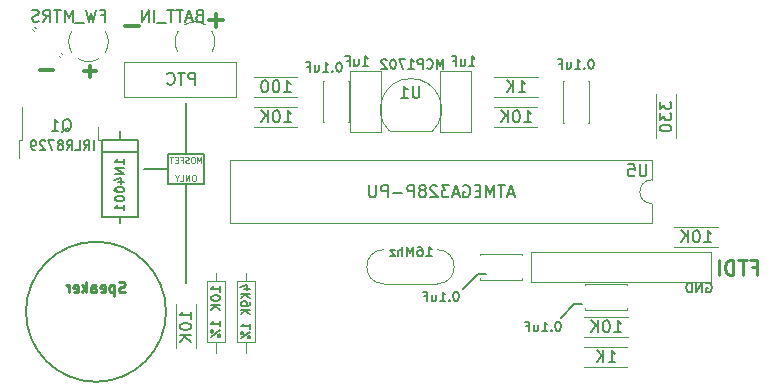
<source format=gbo>
G04 #@! TF.FileFunction,Legend,Bot*
%FSLAX46Y46*%
G04 Gerber Fmt 4.6, Leading zero omitted, Abs format (unit mm)*
G04 Created by KiCad (PCBNEW 4.0.7) date 08/08/19 19:02:58*
%MOMM*%
%LPD*%
G01*
G04 APERTURE LIST*
%ADD10C,0.100000*%
%ADD11C,0.150000*%
%ADD12C,0.300000*%
%ADD13C,0.200000*%
%ADD14C,0.120000*%
%ADD15C,0.222250*%
%ADD16C,0.250000*%
G04 APERTURE END LIST*
D10*
D11*
X131308000Y-91726000D02*
X131308000Y-91472000D01*
X131308000Y-95790000D02*
X131308000Y-91726000D01*
X129784000Y-97060000D02*
X127752000Y-97060000D01*
X131308000Y-98330000D02*
X131308000Y-106712000D01*
X129784000Y-98330000D02*
X129784000Y-95790000D01*
X132832000Y-98330000D02*
X129784000Y-98330000D01*
X132832000Y-95790000D02*
X132832000Y-98330000D01*
X129784000Y-95790000D02*
X132832000Y-95790000D01*
X125466000Y-98838000D02*
X125212000Y-98838000D01*
X164201000Y-108490000D02*
X164836000Y-108490000D01*
X163058000Y-109633000D02*
X164201000Y-108490000D01*
X156073000Y-105950000D02*
X156708000Y-105950000D01*
X154803000Y-107220000D02*
X156073000Y-105950000D01*
D10*
X132034190Y-97548190D02*
X131938952Y-97548190D01*
X131891333Y-97572000D01*
X131843714Y-97619619D01*
X131819905Y-97714857D01*
X131819905Y-97881524D01*
X131843714Y-97976762D01*
X131891333Y-98024381D01*
X131938952Y-98048190D01*
X132034190Y-98048190D01*
X132081809Y-98024381D01*
X132129428Y-97976762D01*
X132153238Y-97881524D01*
X132153238Y-97714857D01*
X132129428Y-97619619D01*
X132081809Y-97572000D01*
X132034190Y-97548190D01*
X131605618Y-98048190D02*
X131605618Y-97548190D01*
X131319904Y-98048190D01*
X131319904Y-97548190D01*
X130843713Y-98048190D02*
X131081808Y-98048190D01*
X131081808Y-97548190D01*
X130581808Y-97810095D02*
X130581808Y-98048190D01*
X130748475Y-97548190D02*
X130581808Y-97810095D01*
X130415142Y-97548190D01*
X132605618Y-96524190D02*
X132605618Y-96024190D01*
X132438952Y-96381333D01*
X132272285Y-96024190D01*
X132272285Y-96524190D01*
X131938951Y-96024190D02*
X131843713Y-96024190D01*
X131796094Y-96048000D01*
X131748475Y-96095619D01*
X131724666Y-96190857D01*
X131724666Y-96357524D01*
X131748475Y-96452762D01*
X131796094Y-96500381D01*
X131843713Y-96524190D01*
X131938951Y-96524190D01*
X131986570Y-96500381D01*
X132034189Y-96452762D01*
X132057999Y-96357524D01*
X132057999Y-96190857D01*
X132034189Y-96095619D01*
X131986570Y-96048000D01*
X131938951Y-96024190D01*
X131534189Y-96500381D02*
X131462760Y-96524190D01*
X131343713Y-96524190D01*
X131296094Y-96500381D01*
X131272284Y-96476571D01*
X131248475Y-96428952D01*
X131248475Y-96381333D01*
X131272284Y-96333714D01*
X131296094Y-96309905D01*
X131343713Y-96286095D01*
X131438951Y-96262286D01*
X131486570Y-96238476D01*
X131510379Y-96214667D01*
X131534189Y-96167048D01*
X131534189Y-96119429D01*
X131510379Y-96071810D01*
X131486570Y-96048000D01*
X131438951Y-96024190D01*
X131319903Y-96024190D01*
X131248475Y-96048000D01*
X130867523Y-96262286D02*
X131034189Y-96262286D01*
X131034189Y-96524190D02*
X131034189Y-96024190D01*
X130796094Y-96024190D01*
X130605618Y-96262286D02*
X130438952Y-96262286D01*
X130367523Y-96524190D02*
X130605618Y-96524190D01*
X130605618Y-96024190D01*
X130367523Y-96024190D01*
X130224666Y-96024190D02*
X129938952Y-96024190D01*
X130081809Y-96524190D02*
X130081809Y-96024190D01*
D11*
X175351523Y-106693000D02*
X175427714Y-106654905D01*
X175541999Y-106654905D01*
X175656285Y-106693000D01*
X175732476Y-106769190D01*
X175770571Y-106845381D01*
X175808666Y-106997762D01*
X175808666Y-107112048D01*
X175770571Y-107264429D01*
X175732476Y-107340619D01*
X175656285Y-107416810D01*
X175541999Y-107454905D01*
X175465809Y-107454905D01*
X175351523Y-107416810D01*
X175313428Y-107378714D01*
X175313428Y-107112048D01*
X175465809Y-107112048D01*
X174970571Y-107454905D02*
X174970571Y-106654905D01*
X174513428Y-107454905D01*
X174513428Y-106654905D01*
X174132476Y-107454905D02*
X174132476Y-106654905D01*
X173942000Y-106654905D01*
X173827714Y-106693000D01*
X173751523Y-106769190D01*
X173713428Y-106845381D01*
X173675333Y-106997762D01*
X173675333Y-107112048D01*
X173713428Y-107264429D01*
X173751523Y-107340619D01*
X173827714Y-107416810D01*
X173942000Y-107454905D01*
X174132476Y-107454905D01*
D12*
X120068428Y-88658143D02*
X118925571Y-88658143D01*
X123656190Y-88767286D02*
X122703809Y-88767286D01*
X123179999Y-89243476D02*
X123179999Y-88291095D01*
X127307428Y-84975143D02*
X126164571Y-84975143D01*
X134419428Y-84467143D02*
X133276571Y-84467143D01*
X133848000Y-85038571D02*
X133848000Y-83895714D01*
D13*
X125720000Y-94615000D02*
X125720000Y-93865000D01*
X125720000Y-101115000D02*
X125720000Y-101615000D01*
X124220000Y-95615000D02*
X127220000Y-95615000D01*
X124220000Y-94615000D02*
X127220000Y-94615000D01*
X127220000Y-94615000D02*
X127220000Y-101115000D01*
X127220000Y-101115000D02*
X124220000Y-101115000D01*
X124220000Y-101115000D02*
X124220000Y-94615000D01*
D14*
X126050000Y-87940000D02*
X135550000Y-87940000D01*
X135550000Y-90940000D02*
X126050000Y-90940000D01*
X126050000Y-87940000D02*
X126050000Y-90940000D01*
X135550000Y-90940000D02*
X135550000Y-87940000D01*
D11*
X129617690Y-109125000D02*
G75*
G03X129617690Y-109125000I-5929690J0D01*
G01*
D14*
X160518000Y-104045000D02*
X160518000Y-106585000D01*
X160518000Y-106585000D02*
X175758000Y-106585000D01*
X175758000Y-106585000D02*
X175758000Y-104045000D01*
X175758000Y-104045000D02*
X160518000Y-104045000D01*
X170738000Y-97965000D02*
G75*
G03X170738000Y-99965000I0J-1000000D01*
G01*
X170738000Y-99965000D02*
X170738000Y-101615000D01*
X170738000Y-101615000D02*
X135058000Y-101615000D01*
X135058000Y-101615000D02*
X135058000Y-96315000D01*
X135058000Y-96315000D02*
X170738000Y-96315000D01*
X170738000Y-96315000D02*
X170738000Y-97965000D01*
X130644495Y-85374807D02*
G75*
G03X130645000Y-87156000I1425505J-890193D01*
G01*
X132959894Y-84839642D02*
G75*
G03X131204000Y-84825000I-889894J-1425358D01*
G01*
X133495358Y-87154894D02*
G75*
G03X133510000Y-85399000I-1425358J889894D01*
G01*
X122162736Y-87689721D02*
G75*
G03X123053000Y-87945000I890264J1424721D01*
G01*
X121627495Y-85374807D02*
G75*
G03X121628000Y-87156000I1425505J-890193D01*
G01*
X124478358Y-87154894D02*
G75*
G03X124493000Y-85399000I-1425358J889894D01*
G01*
X123024326Y-87945099D02*
G75*
G03X123919000Y-87705000I28674J1680099D01*
G01*
X118278000Y-85196000D02*
X118407000Y-85324000D01*
X120528000Y-87446000D02*
X120622000Y-87539000D01*
X118483000Y-84990000D02*
X118577000Y-85084000D01*
X120698000Y-87206000D02*
X120827000Y-87334000D01*
X148068000Y-106765000D02*
X152568000Y-106765000D01*
X148068000Y-103865000D02*
G75*
G03X148068000Y-106765000I0J-1450000D01*
G01*
X152568000Y-103865000D02*
G75*
G02X152568000Y-106765000I0J-1450000D01*
G01*
X165048000Y-111255000D02*
X168768000Y-111255000D01*
X165048000Y-109535000D02*
X168768000Y-109535000D01*
X168688000Y-112075000D02*
X164968000Y-112075000D01*
X168688000Y-113795000D02*
X164968000Y-113795000D01*
X152858000Y-88765000D02*
X152858000Y-93885000D01*
X155478000Y-88765000D02*
X155478000Y-93885000D01*
X152858000Y-88765000D02*
X155478000Y-88765000D01*
X152858000Y-93885000D02*
X155478000Y-93885000D01*
X145238000Y-88765000D02*
X145238000Y-93885000D01*
X147858000Y-88765000D02*
X147858000Y-93885000D01*
X145238000Y-88765000D02*
X147858000Y-88765000D01*
X145238000Y-93885000D02*
X147858000Y-93885000D01*
X159758000Y-104205000D02*
X156238000Y-104205000D01*
X159758000Y-106425000D02*
X156238000Y-106425000D01*
X159758000Y-104205000D02*
X159758000Y-104319000D01*
X159758000Y-106311000D02*
X159758000Y-106425000D01*
X156238000Y-104205000D02*
X156238000Y-104319000D01*
X156238000Y-106311000D02*
X156238000Y-106425000D01*
X152158000Y-93830000D02*
X148558000Y-93830000D01*
X152196478Y-93818478D02*
G75*
G03X150358000Y-89380000I-1838478J1838478D01*
G01*
X148519522Y-93818478D02*
G75*
G02X150358000Y-89380000I1838478J1838478D01*
G01*
X142898000Y-89565000D02*
X142898000Y-93085000D01*
X145118000Y-89565000D02*
X145118000Y-93085000D01*
X142898000Y-89565000D02*
X143012000Y-89565000D01*
X145004000Y-89565000D02*
X145118000Y-89565000D01*
X142898000Y-93085000D02*
X143012000Y-93085000D01*
X145004000Y-93085000D02*
X145118000Y-93085000D01*
X165088000Y-108965000D02*
X168608000Y-108965000D01*
X165088000Y-106745000D02*
X168608000Y-106745000D01*
X165088000Y-108965000D02*
X165088000Y-108851000D01*
X165088000Y-106859000D02*
X165088000Y-106745000D01*
X168608000Y-108965000D02*
X168608000Y-108851000D01*
X168608000Y-106859000D02*
X168608000Y-106745000D01*
X172668000Y-103635000D02*
X176388000Y-103635000D01*
X172668000Y-101915000D02*
X176388000Y-101915000D01*
X165438000Y-93125000D02*
X165438000Y-89605000D01*
X163218000Y-93125000D02*
X163218000Y-89605000D01*
X165438000Y-93125000D02*
X165324000Y-93125000D01*
X163332000Y-93125000D02*
X163218000Y-93125000D01*
X165438000Y-89605000D02*
X165324000Y-89605000D01*
X163332000Y-89605000D02*
X163218000Y-89605000D01*
X157428000Y-90935000D02*
X161148000Y-90935000D01*
X157428000Y-89215000D02*
X161148000Y-89215000D01*
X161068000Y-91755000D02*
X157348000Y-91755000D01*
X161068000Y-93475000D02*
X157348000Y-93475000D01*
X140748000Y-91755000D02*
X137028000Y-91755000D01*
X140748000Y-93475000D02*
X137028000Y-93475000D01*
X140748000Y-89215000D02*
X137028000Y-89215000D01*
X140748000Y-90935000D02*
X137028000Y-90935000D01*
X172808000Y-94435000D02*
X172808000Y-90715000D01*
X171088000Y-94435000D02*
X171088000Y-90715000D01*
D10*
X133848000Y-111715000D02*
X133848000Y-112615000D01*
X133848000Y-106515000D02*
X133848000Y-105815000D01*
X134648000Y-106515000D02*
X133048000Y-106515000D01*
X133048000Y-106515000D02*
X133048000Y-111715000D01*
X133048000Y-111715000D02*
X134648000Y-111715000D01*
X134648000Y-111715000D02*
X134648000Y-106515000D01*
X136388000Y-111715000D02*
X136388000Y-112615000D01*
X136388000Y-106515000D02*
X136388000Y-105815000D01*
X137188000Y-106515000D02*
X135588000Y-106515000D01*
X135588000Y-106515000D02*
X135588000Y-111715000D01*
X135588000Y-111715000D02*
X137188000Y-111715000D01*
X137188000Y-111715000D02*
X137188000Y-106515000D01*
D14*
X132168000Y-112215000D02*
X132168000Y-108495000D01*
X130448000Y-112215000D02*
X130448000Y-108495000D01*
X117190000Y-96090000D02*
X117190000Y-94590000D01*
X117190000Y-94590000D02*
X117460000Y-94590000D01*
X117460000Y-94590000D02*
X117460000Y-91760000D01*
X124090000Y-96090000D02*
X124090000Y-94590000D01*
X124090000Y-94590000D02*
X123820000Y-94590000D01*
X123820000Y-94590000D02*
X123820000Y-93490000D01*
D11*
X126081905Y-96650714D02*
X126081905Y-96193571D01*
X126081905Y-96422142D02*
X125281905Y-96422142D01*
X125396190Y-96345952D01*
X125472381Y-96269761D01*
X125510476Y-96193571D01*
X126081905Y-96993571D02*
X125281905Y-96993571D01*
X126081905Y-97450714D01*
X125281905Y-97450714D01*
X125548571Y-98174523D02*
X126081905Y-98174523D01*
X125243810Y-97984047D02*
X125815238Y-97793571D01*
X125815238Y-98288809D01*
X125281905Y-98745952D02*
X125281905Y-98822143D01*
X125320000Y-98898333D01*
X125358095Y-98936428D01*
X125434286Y-98974524D01*
X125586667Y-99012619D01*
X125777143Y-99012619D01*
X125929524Y-98974524D01*
X126005714Y-98936428D01*
X126043810Y-98898333D01*
X126081905Y-98822143D01*
X126081905Y-98745952D01*
X126043810Y-98669762D01*
X126005714Y-98631666D01*
X125929524Y-98593571D01*
X125777143Y-98555476D01*
X125586667Y-98555476D01*
X125434286Y-98593571D01*
X125358095Y-98631666D01*
X125320000Y-98669762D01*
X125281905Y-98745952D01*
X125281905Y-99507857D02*
X125281905Y-99584048D01*
X125320000Y-99660238D01*
X125358095Y-99698333D01*
X125434286Y-99736429D01*
X125586667Y-99774524D01*
X125777143Y-99774524D01*
X125929524Y-99736429D01*
X126005714Y-99698333D01*
X126043810Y-99660238D01*
X126081905Y-99584048D01*
X126081905Y-99507857D01*
X126043810Y-99431667D01*
X126005714Y-99393571D01*
X125929524Y-99355476D01*
X125777143Y-99317381D01*
X125586667Y-99317381D01*
X125434286Y-99355476D01*
X125358095Y-99393571D01*
X125320000Y-99431667D01*
X125281905Y-99507857D01*
X126081905Y-100536429D02*
X126081905Y-100079286D01*
X126081905Y-100307857D02*
X125281905Y-100307857D01*
X125396190Y-100231667D01*
X125472381Y-100155476D01*
X125510476Y-100079286D01*
X132069857Y-89892381D02*
X132069857Y-88892381D01*
X131688904Y-88892381D01*
X131593666Y-88940000D01*
X131546047Y-88987619D01*
X131498428Y-89082857D01*
X131498428Y-89225714D01*
X131546047Y-89320952D01*
X131593666Y-89368571D01*
X131688904Y-89416190D01*
X132069857Y-89416190D01*
X131212714Y-88892381D02*
X130641285Y-88892381D01*
X130927000Y-89892381D02*
X130927000Y-88892381D01*
X129736523Y-89797143D02*
X129784142Y-89844762D01*
X129926999Y-89892381D01*
X130022237Y-89892381D01*
X130165095Y-89844762D01*
X130260333Y-89749524D01*
X130307952Y-89654286D01*
X130355571Y-89463810D01*
X130355571Y-89320952D01*
X130307952Y-89130476D01*
X130260333Y-89035238D01*
X130165095Y-88940000D01*
X130022237Y-88892381D01*
X129926999Y-88892381D01*
X129784142Y-88940000D01*
X129736523Y-88987619D01*
D15*
X126143333Y-107452833D02*
X126016333Y-107495167D01*
X125804666Y-107495167D01*
X125719999Y-107452833D01*
X125677666Y-107410500D01*
X125635333Y-107325833D01*
X125635333Y-107241167D01*
X125677666Y-107156500D01*
X125719999Y-107114167D01*
X125804666Y-107071833D01*
X125973999Y-107029500D01*
X126058666Y-106987167D01*
X126100999Y-106944833D01*
X126143333Y-106860167D01*
X126143333Y-106775500D01*
X126100999Y-106690833D01*
X126058666Y-106648500D01*
X125973999Y-106606167D01*
X125762333Y-106606167D01*
X125635333Y-106648500D01*
X125254332Y-106902500D02*
X125254332Y-107791500D01*
X125254332Y-106944833D02*
X125169666Y-106902500D01*
X125000332Y-106902500D01*
X124915666Y-106944833D01*
X124873332Y-106987167D01*
X124830999Y-107071833D01*
X124830999Y-107325833D01*
X124873332Y-107410500D01*
X124915666Y-107452833D01*
X125000332Y-107495167D01*
X125169666Y-107495167D01*
X125254332Y-107452833D01*
X124111333Y-107452833D02*
X124195999Y-107495167D01*
X124365333Y-107495167D01*
X124449999Y-107452833D01*
X124492333Y-107368167D01*
X124492333Y-107029500D01*
X124449999Y-106944833D01*
X124365333Y-106902500D01*
X124195999Y-106902500D01*
X124111333Y-106944833D01*
X124068999Y-107029500D01*
X124068999Y-107114167D01*
X124492333Y-107198833D01*
X123306999Y-107495167D02*
X123306999Y-107029500D01*
X123349333Y-106944833D01*
X123433999Y-106902500D01*
X123603333Y-106902500D01*
X123687999Y-106944833D01*
X123306999Y-107452833D02*
X123391666Y-107495167D01*
X123603333Y-107495167D01*
X123687999Y-107452833D01*
X123730333Y-107368167D01*
X123730333Y-107283500D01*
X123687999Y-107198833D01*
X123603333Y-107156500D01*
X123391666Y-107156500D01*
X123306999Y-107114167D01*
X122883666Y-107495167D02*
X122883666Y-106606167D01*
X122799000Y-107156500D02*
X122545000Y-107495167D01*
X122545000Y-106902500D02*
X122883666Y-107241167D01*
X121825333Y-107452833D02*
X121909999Y-107495167D01*
X122079333Y-107495167D01*
X122163999Y-107452833D01*
X122206333Y-107368167D01*
X122206333Y-107029500D01*
X122163999Y-106944833D01*
X122079333Y-106902500D01*
X121909999Y-106902500D01*
X121825333Y-106944833D01*
X121782999Y-107029500D01*
X121782999Y-107114167D01*
X122206333Y-107198833D01*
X121401999Y-107495167D02*
X121401999Y-106902500D01*
X121401999Y-107071833D02*
X121359666Y-106987167D01*
X121317333Y-106944833D01*
X121232666Y-106902500D01*
X121147999Y-106902500D01*
D16*
X179264238Y-105352714D02*
X179680905Y-105352714D01*
X179680905Y-106007476D02*
X179680905Y-104757476D01*
X179085667Y-104757476D01*
X178788047Y-104757476D02*
X178073762Y-104757476D01*
X178430905Y-106007476D02*
X178430905Y-104757476D01*
X177657095Y-106007476D02*
X177657095Y-104757476D01*
X177359476Y-104757476D01*
X177180904Y-104817000D01*
X177061857Y-104936048D01*
X177002333Y-105055095D01*
X176942809Y-105293190D01*
X176942809Y-105471762D01*
X177002333Y-105709857D01*
X177061857Y-105828905D01*
X177180904Y-105947952D01*
X177359476Y-106007476D01*
X177657095Y-106007476D01*
X176407095Y-106007476D02*
X176407095Y-104757476D01*
D11*
X170296905Y-96639381D02*
X170296905Y-97448905D01*
X170249286Y-97544143D01*
X170201667Y-97591762D01*
X170106429Y-97639381D01*
X169915952Y-97639381D01*
X169820714Y-97591762D01*
X169773095Y-97544143D01*
X169725476Y-97448905D01*
X169725476Y-96639381D01*
X168773095Y-96639381D02*
X169249286Y-96639381D01*
X169296905Y-97115571D01*
X169249286Y-97067952D01*
X169154048Y-97020333D01*
X168915952Y-97020333D01*
X168820714Y-97067952D01*
X168773095Y-97115571D01*
X168725476Y-97210810D01*
X168725476Y-97448905D01*
X168773095Y-97544143D01*
X168820714Y-97591762D01*
X168915952Y-97639381D01*
X169154048Y-97639381D01*
X169249286Y-97591762D01*
X169296905Y-97544143D01*
X159040857Y-99131667D02*
X158564666Y-99131667D01*
X159136095Y-99417381D02*
X158802762Y-98417381D01*
X158469428Y-99417381D01*
X158278952Y-98417381D02*
X157707523Y-98417381D01*
X157993238Y-99417381D02*
X157993238Y-98417381D01*
X157374190Y-99417381D02*
X157374190Y-98417381D01*
X157040856Y-99131667D01*
X156707523Y-98417381D01*
X156707523Y-99417381D01*
X156231333Y-98893571D02*
X155897999Y-98893571D01*
X155755142Y-99417381D02*
X156231333Y-99417381D01*
X156231333Y-98417381D01*
X155755142Y-98417381D01*
X154802761Y-98465000D02*
X154897999Y-98417381D01*
X155040856Y-98417381D01*
X155183714Y-98465000D01*
X155278952Y-98560238D01*
X155326571Y-98655476D01*
X155374190Y-98845952D01*
X155374190Y-98988810D01*
X155326571Y-99179286D01*
X155278952Y-99274524D01*
X155183714Y-99369762D01*
X155040856Y-99417381D01*
X154945618Y-99417381D01*
X154802761Y-99369762D01*
X154755142Y-99322143D01*
X154755142Y-98988810D01*
X154945618Y-98988810D01*
X154374190Y-99131667D02*
X153897999Y-99131667D01*
X154469428Y-99417381D02*
X154136095Y-98417381D01*
X153802761Y-99417381D01*
X153564666Y-98417381D02*
X152945618Y-98417381D01*
X153278952Y-98798333D01*
X153136094Y-98798333D01*
X153040856Y-98845952D01*
X152993237Y-98893571D01*
X152945618Y-98988810D01*
X152945618Y-99226905D01*
X152993237Y-99322143D01*
X153040856Y-99369762D01*
X153136094Y-99417381D01*
X153421809Y-99417381D01*
X153517047Y-99369762D01*
X153564666Y-99322143D01*
X152564666Y-98512619D02*
X152517047Y-98465000D01*
X152421809Y-98417381D01*
X152183713Y-98417381D01*
X152088475Y-98465000D01*
X152040856Y-98512619D01*
X151993237Y-98607857D01*
X151993237Y-98703095D01*
X152040856Y-98845952D01*
X152612285Y-99417381D01*
X151993237Y-99417381D01*
X151421809Y-98845952D02*
X151517047Y-98798333D01*
X151564666Y-98750714D01*
X151612285Y-98655476D01*
X151612285Y-98607857D01*
X151564666Y-98512619D01*
X151517047Y-98465000D01*
X151421809Y-98417381D01*
X151231332Y-98417381D01*
X151136094Y-98465000D01*
X151088475Y-98512619D01*
X151040856Y-98607857D01*
X151040856Y-98655476D01*
X151088475Y-98750714D01*
X151136094Y-98798333D01*
X151231332Y-98845952D01*
X151421809Y-98845952D01*
X151517047Y-98893571D01*
X151564666Y-98941190D01*
X151612285Y-99036429D01*
X151612285Y-99226905D01*
X151564666Y-99322143D01*
X151517047Y-99369762D01*
X151421809Y-99417381D01*
X151231332Y-99417381D01*
X151136094Y-99369762D01*
X151088475Y-99322143D01*
X151040856Y-99226905D01*
X151040856Y-99036429D01*
X151088475Y-98941190D01*
X151136094Y-98893571D01*
X151231332Y-98845952D01*
X150612285Y-99417381D02*
X150612285Y-98417381D01*
X150231332Y-98417381D01*
X150136094Y-98465000D01*
X150088475Y-98512619D01*
X150040856Y-98607857D01*
X150040856Y-98750714D01*
X150088475Y-98845952D01*
X150136094Y-98893571D01*
X150231332Y-98941190D01*
X150612285Y-98941190D01*
X149612285Y-99036429D02*
X148850380Y-99036429D01*
X148374190Y-99417381D02*
X148374190Y-98417381D01*
X147993237Y-98417381D01*
X147897999Y-98465000D01*
X147850380Y-98512619D01*
X147802761Y-98607857D01*
X147802761Y-98750714D01*
X147850380Y-98845952D01*
X147897999Y-98893571D01*
X147993237Y-98941190D01*
X148374190Y-98941190D01*
X147374190Y-98417381D02*
X147374190Y-99226905D01*
X147326571Y-99322143D01*
X147278952Y-99369762D01*
X147183714Y-99417381D01*
X146993237Y-99417381D01*
X146897999Y-99369762D01*
X146850380Y-99322143D01*
X146802761Y-99226905D01*
X146802761Y-98417381D01*
X132426904Y-84034571D02*
X132284047Y-84082190D01*
X132236428Y-84129810D01*
X132188809Y-84225048D01*
X132188809Y-84367905D01*
X132236428Y-84463143D01*
X132284047Y-84510762D01*
X132379285Y-84558381D01*
X132760238Y-84558381D01*
X132760238Y-83558381D01*
X132426904Y-83558381D01*
X132331666Y-83606000D01*
X132284047Y-83653619D01*
X132236428Y-83748857D01*
X132236428Y-83844095D01*
X132284047Y-83939333D01*
X132331666Y-83986952D01*
X132426904Y-84034571D01*
X132760238Y-84034571D01*
X131807857Y-84272667D02*
X131331666Y-84272667D01*
X131903095Y-84558381D02*
X131569762Y-83558381D01*
X131236428Y-84558381D01*
X131045952Y-83558381D02*
X130474523Y-83558381D01*
X130760238Y-84558381D02*
X130760238Y-83558381D01*
X130284047Y-83558381D02*
X129712618Y-83558381D01*
X129998333Y-84558381D02*
X129998333Y-83558381D01*
X129617380Y-84653619D02*
X128855475Y-84653619D01*
X128617380Y-84558381D02*
X128617380Y-83558381D01*
X128141190Y-84558381D02*
X128141190Y-83558381D01*
X127569761Y-84558381D01*
X127569761Y-83558381D01*
X124140095Y-84034571D02*
X124473429Y-84034571D01*
X124473429Y-84558381D02*
X124473429Y-83558381D01*
X123997238Y-83558381D01*
X123711524Y-83558381D02*
X123473429Y-84558381D01*
X123282952Y-83844095D01*
X123092476Y-84558381D01*
X122854381Y-83558381D01*
X122711524Y-84653619D02*
X121949619Y-84653619D01*
X121711524Y-84558381D02*
X121711524Y-83558381D01*
X121378190Y-84272667D01*
X121044857Y-83558381D01*
X121044857Y-84558381D01*
X120711524Y-83558381D02*
X120140095Y-83558381D01*
X120425810Y-84558381D02*
X120425810Y-83558381D01*
X119235333Y-84558381D02*
X119568667Y-84082190D01*
X119806762Y-84558381D02*
X119806762Y-83558381D01*
X119425809Y-83558381D01*
X119330571Y-83606000D01*
X119282952Y-83653619D01*
X119235333Y-83748857D01*
X119235333Y-83891714D01*
X119282952Y-83986952D01*
X119330571Y-84034571D01*
X119425809Y-84082190D01*
X119806762Y-84082190D01*
X118854381Y-84510762D02*
X118711524Y-84558381D01*
X118473428Y-84558381D01*
X118378190Y-84510762D01*
X118330571Y-84463143D01*
X118282952Y-84367905D01*
X118282952Y-84272667D01*
X118330571Y-84177429D01*
X118378190Y-84129810D01*
X118473428Y-84082190D01*
X118663905Y-84034571D01*
X118759143Y-83986952D01*
X118806762Y-83939333D01*
X118854381Y-83844095D01*
X118854381Y-83748857D01*
X118806762Y-83653619D01*
X118759143Y-83606000D01*
X118663905Y-83558381D01*
X118425809Y-83558381D01*
X118282952Y-83606000D01*
X151653238Y-104406905D02*
X152110381Y-104406905D01*
X151881810Y-104406905D02*
X151881810Y-103606905D01*
X151958000Y-103721190D01*
X152034191Y-103797381D01*
X152110381Y-103835476D01*
X150967524Y-103606905D02*
X151119905Y-103606905D01*
X151196095Y-103645000D01*
X151234190Y-103683095D01*
X151310381Y-103797381D01*
X151348476Y-103949762D01*
X151348476Y-104254524D01*
X151310381Y-104330714D01*
X151272286Y-104368810D01*
X151196095Y-104406905D01*
X151043714Y-104406905D01*
X150967524Y-104368810D01*
X150929428Y-104330714D01*
X150891333Y-104254524D01*
X150891333Y-104064048D01*
X150929428Y-103987857D01*
X150967524Y-103949762D01*
X151043714Y-103911667D01*
X151196095Y-103911667D01*
X151272286Y-103949762D01*
X151310381Y-103987857D01*
X151348476Y-104064048D01*
X150548476Y-104406905D02*
X150548476Y-103606905D01*
X150281809Y-104178333D01*
X150015142Y-103606905D01*
X150015142Y-104406905D01*
X149634190Y-104406905D02*
X149634190Y-103606905D01*
X149291333Y-104406905D02*
X149291333Y-103987857D01*
X149329428Y-103911667D01*
X149405618Y-103873571D01*
X149519904Y-103873571D01*
X149596095Y-103911667D01*
X149634190Y-103949762D01*
X148986570Y-103873571D02*
X148567523Y-103873571D01*
X148986570Y-104406905D01*
X148567523Y-104406905D01*
X167558476Y-110847381D02*
X168129905Y-110847381D01*
X167844191Y-110847381D02*
X167844191Y-109847381D01*
X167939429Y-109990238D01*
X168034667Y-110085476D01*
X168129905Y-110133095D01*
X166939429Y-109847381D02*
X166844190Y-109847381D01*
X166748952Y-109895000D01*
X166701333Y-109942619D01*
X166653714Y-110037857D01*
X166606095Y-110228333D01*
X166606095Y-110466429D01*
X166653714Y-110656905D01*
X166701333Y-110752143D01*
X166748952Y-110799762D01*
X166844190Y-110847381D01*
X166939429Y-110847381D01*
X167034667Y-110799762D01*
X167082286Y-110752143D01*
X167129905Y-110656905D01*
X167177524Y-110466429D01*
X167177524Y-110228333D01*
X167129905Y-110037857D01*
X167082286Y-109942619D01*
X167034667Y-109895000D01*
X166939429Y-109847381D01*
X166177524Y-110847381D02*
X166177524Y-109847381D01*
X165606095Y-110847381D02*
X166034667Y-110275952D01*
X165606095Y-109847381D02*
X166177524Y-110418810D01*
X167082285Y-113387381D02*
X167653714Y-113387381D01*
X167368000Y-113387381D02*
X167368000Y-112387381D01*
X167463238Y-112530238D01*
X167558476Y-112625476D01*
X167653714Y-112673095D01*
X166653714Y-113387381D02*
X166653714Y-112387381D01*
X166082285Y-113387381D02*
X166510857Y-112815952D01*
X166082285Y-112387381D02*
X166653714Y-112958810D01*
X155279190Y-88277905D02*
X155736333Y-88277905D01*
X155507762Y-88277905D02*
X155507762Y-87477905D01*
X155583952Y-87592190D01*
X155660143Y-87668381D01*
X155736333Y-87706476D01*
X154593476Y-87744571D02*
X154593476Y-88277905D01*
X154936333Y-87744571D02*
X154936333Y-88163619D01*
X154898238Y-88239810D01*
X154822047Y-88277905D01*
X154707761Y-88277905D01*
X154631571Y-88239810D01*
X154593476Y-88201714D01*
X153945856Y-87858857D02*
X154212523Y-87858857D01*
X154212523Y-88277905D02*
X154212523Y-87477905D01*
X153831570Y-87477905D01*
X146262190Y-88277905D02*
X146719333Y-88277905D01*
X146490762Y-88277905D02*
X146490762Y-87477905D01*
X146566952Y-87592190D01*
X146643143Y-87668381D01*
X146719333Y-87706476D01*
X145576476Y-87744571D02*
X145576476Y-88277905D01*
X145919333Y-87744571D02*
X145919333Y-88163619D01*
X145881238Y-88239810D01*
X145805047Y-88277905D01*
X145690761Y-88277905D01*
X145614571Y-88239810D01*
X145576476Y-88201714D01*
X144928856Y-87858857D02*
X145195523Y-87858857D01*
X145195523Y-88277905D02*
X145195523Y-87477905D01*
X144814570Y-87477905D01*
X154212286Y-107416905D02*
X154136095Y-107416905D01*
X154059905Y-107455000D01*
X154021810Y-107493095D01*
X153983714Y-107569286D01*
X153945619Y-107721667D01*
X153945619Y-107912143D01*
X153983714Y-108064524D01*
X154021810Y-108140714D01*
X154059905Y-108178810D01*
X154136095Y-108216905D01*
X154212286Y-108216905D01*
X154288476Y-108178810D01*
X154326572Y-108140714D01*
X154364667Y-108064524D01*
X154402762Y-107912143D01*
X154402762Y-107721667D01*
X154364667Y-107569286D01*
X154326572Y-107493095D01*
X154288476Y-107455000D01*
X154212286Y-107416905D01*
X153602762Y-108140714D02*
X153564667Y-108178810D01*
X153602762Y-108216905D01*
X153640857Y-108178810D01*
X153602762Y-108140714D01*
X153602762Y-108216905D01*
X152802762Y-108216905D02*
X153259905Y-108216905D01*
X153031334Y-108216905D02*
X153031334Y-107416905D01*
X153107524Y-107531190D01*
X153183715Y-107607381D01*
X153259905Y-107645476D01*
X152117048Y-107683571D02*
X152117048Y-108216905D01*
X152459905Y-107683571D02*
X152459905Y-108102619D01*
X152421810Y-108178810D01*
X152345619Y-108216905D01*
X152231333Y-108216905D01*
X152155143Y-108178810D01*
X152117048Y-108140714D01*
X151469428Y-107797857D02*
X151736095Y-107797857D01*
X151736095Y-108216905D02*
X151736095Y-107416905D01*
X151355142Y-107416905D01*
X151069905Y-90022381D02*
X151069905Y-90831905D01*
X151022286Y-90927143D01*
X150974667Y-90974762D01*
X150879429Y-91022381D01*
X150688952Y-91022381D01*
X150593714Y-90974762D01*
X150546095Y-90927143D01*
X150498476Y-90831905D01*
X150498476Y-90022381D01*
X149498476Y-91022381D02*
X150069905Y-91022381D01*
X149784191Y-91022381D02*
X149784191Y-90022381D01*
X149879429Y-90165238D01*
X149974667Y-90260476D01*
X150069905Y-90308095D01*
X153075477Y-88531905D02*
X153075477Y-87731905D01*
X152808810Y-88303333D01*
X152542143Y-87731905D01*
X152542143Y-88531905D01*
X151704048Y-88455714D02*
X151742143Y-88493810D01*
X151856429Y-88531905D01*
X151932619Y-88531905D01*
X152046905Y-88493810D01*
X152123096Y-88417619D01*
X152161191Y-88341429D01*
X152199286Y-88189048D01*
X152199286Y-88074762D01*
X152161191Y-87922381D01*
X152123096Y-87846190D01*
X152046905Y-87770000D01*
X151932619Y-87731905D01*
X151856429Y-87731905D01*
X151742143Y-87770000D01*
X151704048Y-87808095D01*
X151361191Y-88531905D02*
X151361191Y-87731905D01*
X151056429Y-87731905D01*
X150980238Y-87770000D01*
X150942143Y-87808095D01*
X150904048Y-87884286D01*
X150904048Y-87998571D01*
X150942143Y-88074762D01*
X150980238Y-88112857D01*
X151056429Y-88150952D01*
X151361191Y-88150952D01*
X150142143Y-88531905D02*
X150599286Y-88531905D01*
X150370715Y-88531905D02*
X150370715Y-87731905D01*
X150446905Y-87846190D01*
X150523096Y-87922381D01*
X150599286Y-87960476D01*
X149875476Y-87731905D02*
X149342143Y-87731905D01*
X149685000Y-88531905D01*
X148885000Y-87731905D02*
X148808809Y-87731905D01*
X148732619Y-87770000D01*
X148694524Y-87808095D01*
X148656428Y-87884286D01*
X148618333Y-88036667D01*
X148618333Y-88227143D01*
X148656428Y-88379524D01*
X148694524Y-88455714D01*
X148732619Y-88493810D01*
X148808809Y-88531905D01*
X148885000Y-88531905D01*
X148961190Y-88493810D01*
X148999286Y-88455714D01*
X149037381Y-88379524D01*
X149075476Y-88227143D01*
X149075476Y-88036667D01*
X149037381Y-87884286D01*
X148999286Y-87808095D01*
X148961190Y-87770000D01*
X148885000Y-87731905D01*
X148313571Y-87808095D02*
X148275476Y-87770000D01*
X148199285Y-87731905D01*
X148008809Y-87731905D01*
X147932619Y-87770000D01*
X147894523Y-87808095D01*
X147856428Y-87884286D01*
X147856428Y-87960476D01*
X147894523Y-88074762D01*
X148351666Y-88531905D01*
X147856428Y-88531905D01*
X144306286Y-87985905D02*
X144230095Y-87985905D01*
X144153905Y-88024000D01*
X144115810Y-88062095D01*
X144077714Y-88138286D01*
X144039619Y-88290667D01*
X144039619Y-88481143D01*
X144077714Y-88633524D01*
X144115810Y-88709714D01*
X144153905Y-88747810D01*
X144230095Y-88785905D01*
X144306286Y-88785905D01*
X144382476Y-88747810D01*
X144420572Y-88709714D01*
X144458667Y-88633524D01*
X144496762Y-88481143D01*
X144496762Y-88290667D01*
X144458667Y-88138286D01*
X144420572Y-88062095D01*
X144382476Y-88024000D01*
X144306286Y-87985905D01*
X143696762Y-88709714D02*
X143658667Y-88747810D01*
X143696762Y-88785905D01*
X143734857Y-88747810D01*
X143696762Y-88709714D01*
X143696762Y-88785905D01*
X142896762Y-88785905D02*
X143353905Y-88785905D01*
X143125334Y-88785905D02*
X143125334Y-87985905D01*
X143201524Y-88100190D01*
X143277715Y-88176381D01*
X143353905Y-88214476D01*
X142211048Y-88252571D02*
X142211048Y-88785905D01*
X142553905Y-88252571D02*
X142553905Y-88671619D01*
X142515810Y-88747810D01*
X142439619Y-88785905D01*
X142325333Y-88785905D01*
X142249143Y-88747810D01*
X142211048Y-88709714D01*
X141563428Y-88366857D02*
X141830095Y-88366857D01*
X141830095Y-88785905D02*
X141830095Y-87985905D01*
X141449142Y-87985905D01*
X162848286Y-109956905D02*
X162772095Y-109956905D01*
X162695905Y-109995000D01*
X162657810Y-110033095D01*
X162619714Y-110109286D01*
X162581619Y-110261667D01*
X162581619Y-110452143D01*
X162619714Y-110604524D01*
X162657810Y-110680714D01*
X162695905Y-110718810D01*
X162772095Y-110756905D01*
X162848286Y-110756905D01*
X162924476Y-110718810D01*
X162962572Y-110680714D01*
X163000667Y-110604524D01*
X163038762Y-110452143D01*
X163038762Y-110261667D01*
X163000667Y-110109286D01*
X162962572Y-110033095D01*
X162924476Y-109995000D01*
X162848286Y-109956905D01*
X162238762Y-110680714D02*
X162200667Y-110718810D01*
X162238762Y-110756905D01*
X162276857Y-110718810D01*
X162238762Y-110680714D01*
X162238762Y-110756905D01*
X161438762Y-110756905D02*
X161895905Y-110756905D01*
X161667334Y-110756905D02*
X161667334Y-109956905D01*
X161743524Y-110071190D01*
X161819715Y-110147381D01*
X161895905Y-110185476D01*
X160753048Y-110223571D02*
X160753048Y-110756905D01*
X161095905Y-110223571D02*
X161095905Y-110642619D01*
X161057810Y-110718810D01*
X160981619Y-110756905D01*
X160867333Y-110756905D01*
X160791143Y-110718810D01*
X160753048Y-110680714D01*
X160105428Y-110337857D02*
X160372095Y-110337857D01*
X160372095Y-110756905D02*
X160372095Y-109956905D01*
X159991142Y-109956905D01*
X175178476Y-103227381D02*
X175749905Y-103227381D01*
X175464191Y-103227381D02*
X175464191Y-102227381D01*
X175559429Y-102370238D01*
X175654667Y-102465476D01*
X175749905Y-102513095D01*
X174559429Y-102227381D02*
X174464190Y-102227381D01*
X174368952Y-102275000D01*
X174321333Y-102322619D01*
X174273714Y-102417857D01*
X174226095Y-102608333D01*
X174226095Y-102846429D01*
X174273714Y-103036905D01*
X174321333Y-103132143D01*
X174368952Y-103179762D01*
X174464190Y-103227381D01*
X174559429Y-103227381D01*
X174654667Y-103179762D01*
X174702286Y-103132143D01*
X174749905Y-103036905D01*
X174797524Y-102846429D01*
X174797524Y-102608333D01*
X174749905Y-102417857D01*
X174702286Y-102322619D01*
X174654667Y-102275000D01*
X174559429Y-102227381D01*
X173797524Y-103227381D02*
X173797524Y-102227381D01*
X173226095Y-103227381D02*
X173654667Y-102655952D01*
X173226095Y-102227381D02*
X173797524Y-102798810D01*
X165642286Y-87731905D02*
X165566095Y-87731905D01*
X165489905Y-87770000D01*
X165451810Y-87808095D01*
X165413714Y-87884286D01*
X165375619Y-88036667D01*
X165375619Y-88227143D01*
X165413714Y-88379524D01*
X165451810Y-88455714D01*
X165489905Y-88493810D01*
X165566095Y-88531905D01*
X165642286Y-88531905D01*
X165718476Y-88493810D01*
X165756572Y-88455714D01*
X165794667Y-88379524D01*
X165832762Y-88227143D01*
X165832762Y-88036667D01*
X165794667Y-87884286D01*
X165756572Y-87808095D01*
X165718476Y-87770000D01*
X165642286Y-87731905D01*
X165032762Y-88455714D02*
X164994667Y-88493810D01*
X165032762Y-88531905D01*
X165070857Y-88493810D01*
X165032762Y-88455714D01*
X165032762Y-88531905D01*
X164232762Y-88531905D02*
X164689905Y-88531905D01*
X164461334Y-88531905D02*
X164461334Y-87731905D01*
X164537524Y-87846190D01*
X164613715Y-87922381D01*
X164689905Y-87960476D01*
X163547048Y-87998571D02*
X163547048Y-88531905D01*
X163889905Y-87998571D02*
X163889905Y-88417619D01*
X163851810Y-88493810D01*
X163775619Y-88531905D01*
X163661333Y-88531905D01*
X163585143Y-88493810D01*
X163547048Y-88455714D01*
X162899428Y-88112857D02*
X163166095Y-88112857D01*
X163166095Y-88531905D02*
X163166095Y-87731905D01*
X162785142Y-87731905D01*
X159462285Y-90527381D02*
X160033714Y-90527381D01*
X159748000Y-90527381D02*
X159748000Y-89527381D01*
X159843238Y-89670238D01*
X159938476Y-89765476D01*
X160033714Y-89813095D01*
X159033714Y-90527381D02*
X159033714Y-89527381D01*
X158462285Y-90527381D02*
X158890857Y-89955952D01*
X158462285Y-89527381D02*
X159033714Y-90098810D01*
X159938476Y-93067381D02*
X160509905Y-93067381D01*
X160224191Y-93067381D02*
X160224191Y-92067381D01*
X160319429Y-92210238D01*
X160414667Y-92305476D01*
X160509905Y-92353095D01*
X159319429Y-92067381D02*
X159224190Y-92067381D01*
X159128952Y-92115000D01*
X159081333Y-92162619D01*
X159033714Y-92257857D01*
X158986095Y-92448333D01*
X158986095Y-92686429D01*
X159033714Y-92876905D01*
X159081333Y-92972143D01*
X159128952Y-93019762D01*
X159224190Y-93067381D01*
X159319429Y-93067381D01*
X159414667Y-93019762D01*
X159462286Y-92972143D01*
X159509905Y-92876905D01*
X159557524Y-92686429D01*
X159557524Y-92448333D01*
X159509905Y-92257857D01*
X159462286Y-92162619D01*
X159414667Y-92115000D01*
X159319429Y-92067381D01*
X158557524Y-93067381D02*
X158557524Y-92067381D01*
X157986095Y-93067381D02*
X158414667Y-92495952D01*
X157986095Y-92067381D02*
X158557524Y-92638810D01*
X139618476Y-93067381D02*
X140189905Y-93067381D01*
X139904191Y-93067381D02*
X139904191Y-92067381D01*
X139999429Y-92210238D01*
X140094667Y-92305476D01*
X140189905Y-92353095D01*
X138999429Y-92067381D02*
X138904190Y-92067381D01*
X138808952Y-92115000D01*
X138761333Y-92162619D01*
X138713714Y-92257857D01*
X138666095Y-92448333D01*
X138666095Y-92686429D01*
X138713714Y-92876905D01*
X138761333Y-92972143D01*
X138808952Y-93019762D01*
X138904190Y-93067381D01*
X138999429Y-93067381D01*
X139094667Y-93019762D01*
X139142286Y-92972143D01*
X139189905Y-92876905D01*
X139237524Y-92686429D01*
X139237524Y-92448333D01*
X139189905Y-92257857D01*
X139142286Y-92162619D01*
X139094667Y-92115000D01*
X138999429Y-92067381D01*
X138237524Y-93067381D02*
X138237524Y-92067381D01*
X137666095Y-93067381D02*
X138094667Y-92495952D01*
X137666095Y-92067381D02*
X138237524Y-92638810D01*
X139594666Y-90527381D02*
X140166095Y-90527381D01*
X139880381Y-90527381D02*
X139880381Y-89527381D01*
X139975619Y-89670238D01*
X140070857Y-89765476D01*
X140166095Y-89813095D01*
X138975619Y-89527381D02*
X138880380Y-89527381D01*
X138785142Y-89575000D01*
X138737523Y-89622619D01*
X138689904Y-89717857D01*
X138642285Y-89908333D01*
X138642285Y-90146429D01*
X138689904Y-90336905D01*
X138737523Y-90432143D01*
X138785142Y-90479762D01*
X138880380Y-90527381D01*
X138975619Y-90527381D01*
X139070857Y-90479762D01*
X139118476Y-90432143D01*
X139166095Y-90336905D01*
X139213714Y-90146429D01*
X139213714Y-89908333D01*
X139166095Y-89717857D01*
X139118476Y-89622619D01*
X139070857Y-89575000D01*
X138975619Y-89527381D01*
X138023238Y-89527381D02*
X137927999Y-89527381D01*
X137832761Y-89575000D01*
X137785142Y-89622619D01*
X137737523Y-89717857D01*
X137689904Y-89908333D01*
X137689904Y-90146429D01*
X137737523Y-90336905D01*
X137785142Y-90432143D01*
X137832761Y-90479762D01*
X137927999Y-90527381D01*
X138023238Y-90527381D01*
X138118476Y-90479762D01*
X138166095Y-90432143D01*
X138213714Y-90336905D01*
X138261333Y-90146429D01*
X138261333Y-89908333D01*
X138213714Y-89717857D01*
X138166095Y-89622619D01*
X138118476Y-89575000D01*
X138023238Y-89527381D01*
X171400381Y-91329286D02*
X171400381Y-91948334D01*
X171781333Y-91615000D01*
X171781333Y-91757858D01*
X171828952Y-91853096D01*
X171876571Y-91900715D01*
X171971810Y-91948334D01*
X172209905Y-91948334D01*
X172305143Y-91900715D01*
X172352762Y-91853096D01*
X172400381Y-91757858D01*
X172400381Y-91472143D01*
X172352762Y-91376905D01*
X172305143Y-91329286D01*
X171400381Y-92281667D02*
X171400381Y-92900715D01*
X171781333Y-92567381D01*
X171781333Y-92710239D01*
X171828952Y-92805477D01*
X171876571Y-92853096D01*
X171971810Y-92900715D01*
X172209905Y-92900715D01*
X172305143Y-92853096D01*
X172352762Y-92805477D01*
X172400381Y-92710239D01*
X172400381Y-92424524D01*
X172352762Y-92329286D01*
X172305143Y-92281667D01*
X171400381Y-93519762D02*
X171400381Y-93615001D01*
X171448000Y-93710239D01*
X171495619Y-93757858D01*
X171590857Y-93805477D01*
X171781333Y-93853096D01*
X172019429Y-93853096D01*
X172209905Y-93805477D01*
X172305143Y-93757858D01*
X172352762Y-93710239D01*
X172400381Y-93615001D01*
X172400381Y-93519762D01*
X172352762Y-93424524D01*
X172305143Y-93376905D01*
X172209905Y-93329286D01*
X172019429Y-93281667D01*
X171781333Y-93281667D01*
X171590857Y-93329286D01*
X171495619Y-93376905D01*
X171448000Y-93424524D01*
X171400381Y-93519762D01*
X134209905Y-107429762D02*
X134209905Y-106972619D01*
X134209905Y-107201190D02*
X133409905Y-107201190D01*
X133524190Y-107125000D01*
X133600381Y-107048809D01*
X133638476Y-106972619D01*
X133409905Y-107925000D02*
X133409905Y-108001191D01*
X133448000Y-108077381D01*
X133486095Y-108115476D01*
X133562286Y-108153572D01*
X133714667Y-108191667D01*
X133905143Y-108191667D01*
X134057524Y-108153572D01*
X134133714Y-108115476D01*
X134171810Y-108077381D01*
X134209905Y-108001191D01*
X134209905Y-107925000D01*
X134171810Y-107848810D01*
X134133714Y-107810714D01*
X134057524Y-107772619D01*
X133905143Y-107734524D01*
X133714667Y-107734524D01*
X133562286Y-107772619D01*
X133486095Y-107810714D01*
X133448000Y-107848810D01*
X133409905Y-107925000D01*
X134209905Y-108534524D02*
X133409905Y-108534524D01*
X134209905Y-108991667D02*
X133752762Y-108648810D01*
X133409905Y-108991667D02*
X133867048Y-108534524D01*
X134209905Y-110363096D02*
X134209905Y-109905953D01*
X134209905Y-110134524D02*
X133409905Y-110134524D01*
X133524190Y-110058334D01*
X133600381Y-109982143D01*
X133638476Y-109905953D01*
X134209905Y-110667858D02*
X133409905Y-111277382D01*
X133409905Y-110782144D02*
X133448000Y-110858334D01*
X133524190Y-110896429D01*
X133600381Y-110858334D01*
X133638476Y-110782144D01*
X133600381Y-110705953D01*
X133524190Y-110667858D01*
X133448000Y-110705953D01*
X133409905Y-110782144D01*
X134171810Y-111239287D02*
X134095619Y-111277382D01*
X134019429Y-111239287D01*
X133981333Y-111163096D01*
X134019429Y-111086906D01*
X134095619Y-111048810D01*
X134171810Y-111086906D01*
X134209905Y-111163096D01*
X134171810Y-111239287D01*
X136216571Y-107225000D02*
X136749905Y-107225000D01*
X135911810Y-107058333D02*
X136483238Y-106891666D01*
X136483238Y-107325000D01*
X136749905Y-107591667D02*
X135949905Y-107591667D01*
X136749905Y-107991667D02*
X136292762Y-107691667D01*
X135949905Y-107991667D02*
X136407048Y-107591667D01*
X136749905Y-108325000D02*
X136749905Y-108458333D01*
X136711810Y-108525000D01*
X136673714Y-108558333D01*
X136559429Y-108625000D01*
X136407048Y-108658333D01*
X136102286Y-108658333D01*
X136026095Y-108625000D01*
X135988000Y-108591667D01*
X135949905Y-108525000D01*
X135949905Y-108391667D01*
X135988000Y-108325000D01*
X136026095Y-108291667D01*
X136102286Y-108258333D01*
X136292762Y-108258333D01*
X136368952Y-108291667D01*
X136407048Y-108325000D01*
X136445143Y-108391667D01*
X136445143Y-108525000D01*
X136407048Y-108591667D01*
X136368952Y-108625000D01*
X136292762Y-108658333D01*
X136749905Y-108958334D02*
X135949905Y-108958334D01*
X136749905Y-109358334D02*
X136292762Y-109058334D01*
X135949905Y-109358334D02*
X136407048Y-108958334D01*
X136749905Y-110558333D02*
X136749905Y-110158333D01*
X136749905Y-110358333D02*
X135949905Y-110358333D01*
X136064190Y-110291667D01*
X136140381Y-110225000D01*
X136178476Y-110158333D01*
X136749905Y-110825000D02*
X135949905Y-111358334D01*
X135949905Y-110925000D02*
X135988000Y-110991667D01*
X136064190Y-111025000D01*
X136140381Y-110991667D01*
X136178476Y-110925000D01*
X136140381Y-110858334D01*
X136064190Y-110825000D01*
X135988000Y-110858334D01*
X135949905Y-110925000D01*
X136711810Y-111325000D02*
X136635619Y-111358334D01*
X136559429Y-111325000D01*
X136521333Y-111258334D01*
X136559429Y-111191667D01*
X136635619Y-111158334D01*
X136711810Y-111191667D01*
X136749905Y-111258334D01*
X136711810Y-111325000D01*
X131760381Y-109704524D02*
X131760381Y-109133095D01*
X131760381Y-109418809D02*
X130760381Y-109418809D01*
X130903238Y-109323571D01*
X130998476Y-109228333D01*
X131046095Y-109133095D01*
X130760381Y-110323571D02*
X130760381Y-110418810D01*
X130808000Y-110514048D01*
X130855619Y-110561667D01*
X130950857Y-110609286D01*
X131141333Y-110656905D01*
X131379429Y-110656905D01*
X131569905Y-110609286D01*
X131665143Y-110561667D01*
X131712762Y-110514048D01*
X131760381Y-110418810D01*
X131760381Y-110323571D01*
X131712762Y-110228333D01*
X131665143Y-110180714D01*
X131569905Y-110133095D01*
X131379429Y-110085476D01*
X131141333Y-110085476D01*
X130950857Y-110133095D01*
X130855619Y-110180714D01*
X130808000Y-110228333D01*
X130760381Y-110323571D01*
X131760381Y-111085476D02*
X130760381Y-111085476D01*
X131760381Y-111656905D02*
X131188952Y-111228333D01*
X130760381Y-111656905D02*
X131331810Y-111085476D01*
X120836838Y-93899219D02*
X120932076Y-93851600D01*
X121027314Y-93756362D01*
X121170171Y-93613505D01*
X121265410Y-93565886D01*
X121360648Y-93565886D01*
X121313029Y-93803981D02*
X121408267Y-93756362D01*
X121503505Y-93661124D01*
X121551124Y-93470648D01*
X121551124Y-93137314D01*
X121503505Y-92946838D01*
X121408267Y-92851600D01*
X121313029Y-92803981D01*
X121122552Y-92803981D01*
X121027314Y-92851600D01*
X120932076Y-92946838D01*
X120884457Y-93137314D01*
X120884457Y-93470648D01*
X120932076Y-93661124D01*
X121027314Y-93756362D01*
X121122552Y-93803981D01*
X121313029Y-93803981D01*
X119932076Y-93803981D02*
X120503505Y-93803981D01*
X120217791Y-93803981D02*
X120217791Y-92803981D01*
X120313029Y-92946838D01*
X120408267Y-93042076D01*
X120503505Y-93089695D01*
X123490819Y-95389905D02*
X123490819Y-94589905D01*
X122652724Y-95389905D02*
X122919391Y-95008952D01*
X123109867Y-95389905D02*
X123109867Y-94589905D01*
X122805105Y-94589905D01*
X122728914Y-94628000D01*
X122690819Y-94666095D01*
X122652724Y-94742286D01*
X122652724Y-94856571D01*
X122690819Y-94932762D01*
X122728914Y-94970857D01*
X122805105Y-95008952D01*
X123109867Y-95008952D01*
X121928914Y-95389905D02*
X122309867Y-95389905D01*
X122309867Y-94589905D01*
X121205105Y-95389905D02*
X121471772Y-95008952D01*
X121662248Y-95389905D02*
X121662248Y-94589905D01*
X121357486Y-94589905D01*
X121281295Y-94628000D01*
X121243200Y-94666095D01*
X121205105Y-94742286D01*
X121205105Y-94856571D01*
X121243200Y-94932762D01*
X121281295Y-94970857D01*
X121357486Y-95008952D01*
X121662248Y-95008952D01*
X120747962Y-94932762D02*
X120824153Y-94894667D01*
X120862248Y-94856571D01*
X120900343Y-94780381D01*
X120900343Y-94742286D01*
X120862248Y-94666095D01*
X120824153Y-94628000D01*
X120747962Y-94589905D01*
X120595581Y-94589905D01*
X120519391Y-94628000D01*
X120481295Y-94666095D01*
X120443200Y-94742286D01*
X120443200Y-94780381D01*
X120481295Y-94856571D01*
X120519391Y-94894667D01*
X120595581Y-94932762D01*
X120747962Y-94932762D01*
X120824153Y-94970857D01*
X120862248Y-95008952D01*
X120900343Y-95085143D01*
X120900343Y-95237524D01*
X120862248Y-95313714D01*
X120824153Y-95351810D01*
X120747962Y-95389905D01*
X120595581Y-95389905D01*
X120519391Y-95351810D01*
X120481295Y-95313714D01*
X120443200Y-95237524D01*
X120443200Y-95085143D01*
X120481295Y-95008952D01*
X120519391Y-94970857D01*
X120595581Y-94932762D01*
X120176533Y-94589905D02*
X119643200Y-94589905D01*
X119986057Y-95389905D01*
X119376533Y-94666095D02*
X119338438Y-94628000D01*
X119262247Y-94589905D01*
X119071771Y-94589905D01*
X118995581Y-94628000D01*
X118957485Y-94666095D01*
X118919390Y-94742286D01*
X118919390Y-94818476D01*
X118957485Y-94932762D01*
X119414628Y-95389905D01*
X118919390Y-95389905D01*
X118538438Y-95389905D02*
X118386057Y-95389905D01*
X118309866Y-95351810D01*
X118271771Y-95313714D01*
X118195580Y-95199429D01*
X118157485Y-95047048D01*
X118157485Y-94742286D01*
X118195580Y-94666095D01*
X118233676Y-94628000D01*
X118309866Y-94589905D01*
X118462247Y-94589905D01*
X118538438Y-94628000D01*
X118576533Y-94666095D01*
X118614628Y-94742286D01*
X118614628Y-94932762D01*
X118576533Y-95008952D01*
X118538438Y-95047048D01*
X118462247Y-95085143D01*
X118309866Y-95085143D01*
X118233676Y-95047048D01*
X118195580Y-95008952D01*
X118157485Y-94932762D01*
M02*

</source>
